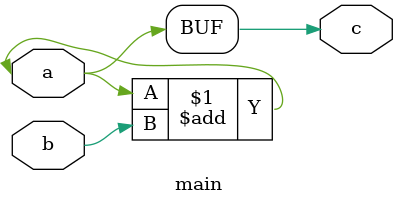
<source format=v>
module main (
  input wire a,
  input wire b,
  output wire c,
);

  assign a = a + b;
  assign c = a;

endmodule

</source>
